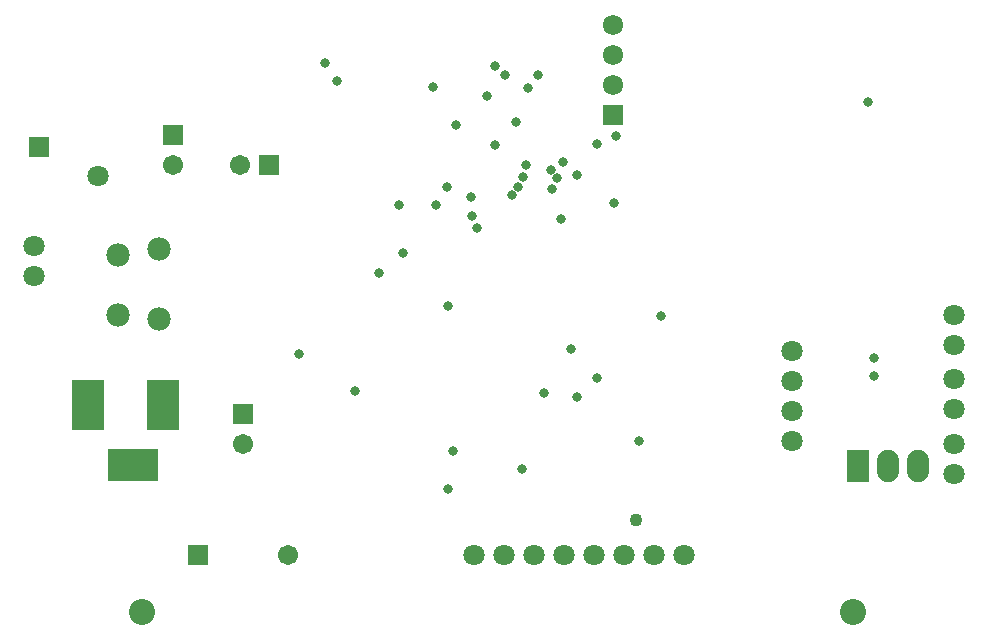
<source format=gbs>
G04*
G04 #@! TF.GenerationSoftware,Altium Limited,Altium Designer,23.6.0 (18)*
G04*
G04 Layer_Color=16711935*
%FSLAX44Y44*%
%MOMM*%
G71*
G04*
G04 #@! TF.SameCoordinates,157544A1-0EA0-4F56-A15C-28E52037D784*
G04*
G04*
G04 #@! TF.FilePolarity,Negative*
G04*
G01*
G75*
%ADD92O,1.8542X2.7432*%
%ADD93R,1.8542X2.7432*%
%ADD94C,1.8000*%
%ADD95C,2.2032*%
%ADD96R,1.7032X1.7032*%
%ADD97C,1.7032*%
%ADD98R,4.2672X2.7432*%
%ADD99R,2.7432X4.2672*%
%ADD100C,1.9812*%
%ADD101R,1.7032X1.7032*%
%ADD102R,1.8000X1.8000*%
%ADD103R,1.7232X1.7232*%
%ADD104C,1.7232*%
%ADD105C,0.8032*%
%ADD106C,1.1032*%
D92*
X779780Y31750D02*
D03*
X754380D02*
D03*
D93*
X728980D02*
D03*
D94*
X403860Y-43180D02*
D03*
X429260D02*
D03*
X454660D02*
D03*
X480060D02*
D03*
X505460D02*
D03*
X530860D02*
D03*
X556260D02*
D03*
X581660D02*
D03*
X31750Y193040D02*
D03*
Y218440D02*
D03*
X810260Y25400D02*
D03*
Y50800D02*
D03*
Y80010D02*
D03*
Y105410D02*
D03*
Y160020D02*
D03*
Y134620D02*
D03*
X673100Y129540D02*
D03*
Y104140D02*
D03*
Y78740D02*
D03*
Y53340D02*
D03*
X86210Y277113D02*
D03*
D95*
X725170Y-91440D02*
D03*
X123190D02*
D03*
D96*
X170180Y-43180D02*
D03*
X230940Y287020D02*
D03*
D97*
X246380Y-43053D02*
D03*
X149252Y286535D02*
D03*
X208280Y51000D02*
D03*
X205940Y287020D02*
D03*
D98*
X115570Y33020D02*
D03*
D99*
X77470Y83820D02*
D03*
X140970D02*
D03*
D100*
X102870Y160020D02*
D03*
Y210820D02*
D03*
X137160Y215900D02*
D03*
Y156210D02*
D03*
D101*
X149252Y311935D02*
D03*
X208280Y76000D02*
D03*
D102*
X35710Y302007D02*
D03*
D103*
X521970Y328930D02*
D03*
D104*
Y354330D02*
D03*
Y379730D02*
D03*
Y405130D02*
D03*
D105*
X436001Y261195D02*
D03*
X441200Y267970D02*
D03*
X445740Y276860D02*
D03*
X448310Y287020D02*
D03*
X469632Y282208D02*
D03*
X474800Y275410D02*
D03*
X469900Y266700D02*
D03*
X486410Y130810D02*
D03*
X463550Y93980D02*
D03*
X382270Y12700D02*
D03*
X406400Y233680D02*
D03*
X477520Y241300D02*
D03*
X522990Y255020D02*
D03*
X562610Y158750D02*
D03*
X444500Y29210D02*
D03*
X491738Y90418D02*
D03*
X508000Y106680D02*
D03*
Y304800D02*
D03*
X288290Y358140D02*
D03*
X389048Y320882D02*
D03*
X421819Y303710D02*
D03*
X421640Y370840D02*
D03*
X449770Y351980D02*
D03*
X458310Y362640D02*
D03*
X479854Y289560D02*
D03*
X369570Y353060D02*
D03*
X524700Y311150D02*
D03*
X278130Y373380D02*
D03*
X430530Y363220D02*
D03*
X402590Y243840D02*
D03*
X381206Y267764D02*
D03*
X401835Y259954D02*
D03*
X344170Y212090D02*
D03*
X372180Y252540D02*
D03*
X491477Y277937D02*
D03*
X415290Y345440D02*
D03*
X439510Y323401D02*
D03*
X386080Y44450D02*
D03*
X382270Y167640D02*
D03*
X737870Y340360D02*
D03*
X742950Y123190D02*
D03*
Y107950D02*
D03*
X303530Y95250D02*
D03*
X323850Y195580D02*
D03*
X340360Y252540D02*
D03*
X543560Y53340D02*
D03*
X255900Y127000D02*
D03*
D106*
X541210Y-13970D02*
D03*
M02*

</source>
